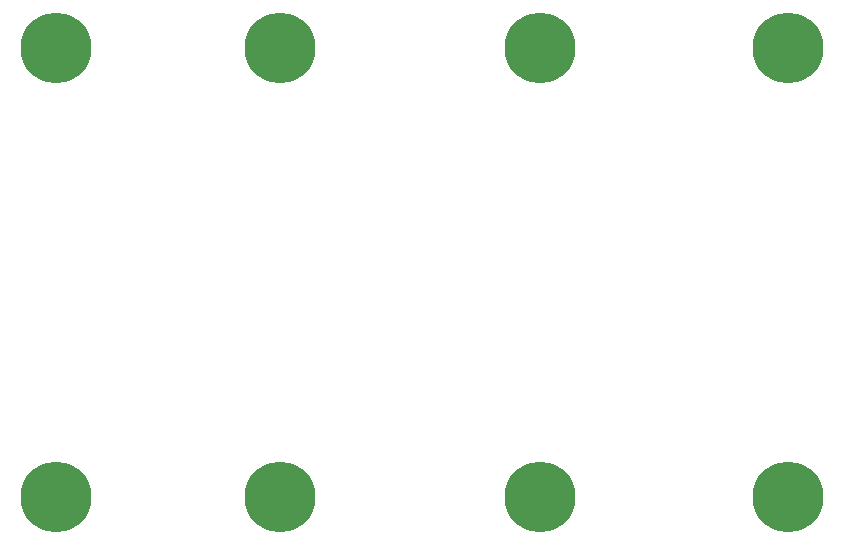
<source format=gtl>
G04 #@! TF.GenerationSoftware,KiCad,Pcbnew,8.0.2-1.fc40*
G04 #@! TF.CreationDate,2024-05-25T20:13:00-07:00*
G04 #@! TF.ProjectId,busicard-top,62757369-6361-4726-942d-746f702e6b69,rev?*
G04 #@! TF.SameCoordinates,Original*
G04 #@! TF.FileFunction,Copper,L1,Top*
G04 #@! TF.FilePolarity,Positive*
%FSLAX46Y46*%
G04 Gerber Fmt 4.6, Leading zero omitted, Abs format (unit mm)*
G04 Created by KiCad (PCBNEW 8.0.2-1.fc40) date 2024-05-25 20:13:00*
%MOMM*%
%LPD*%
G01*
G04 APERTURE LIST*
G04 #@! TA.AperFunction,ComponentPad*
%ADD10C,6.000000*%
G04 #@! TD*
G04 APERTURE END LIST*
D10*
G04 #@! TO.P,TP9,1,1*
G04 #@! TO.N,unconnected-(TP9-Pad1)*
X175000000Y-119000000D03*
G04 #@! TD*
G04 #@! TO.P,TP1,1,1*
G04 #@! TO.N,/BATT1+*
X175000000Y-81000000D03*
G04 #@! TD*
G04 #@! TO.P,TP10,1,1*
G04 #@! TO.N,unconnected-(TP10-Pad1)*
X134000000Y-81000000D03*
G04 #@! TD*
G04 #@! TO.P,TP5,1,1*
G04 #@! TO.N,unconnected-(TP5-Pad1)*
X196000000Y-119000000D03*
G04 #@! TD*
G04 #@! TO.P,TP6,1,1*
G04 #@! TO.N,unconnected-(TP6-Pad1)*
X196000000Y-81000000D03*
G04 #@! TD*
G04 #@! TO.P,TP8,1,1*
G04 #@! TO.N,unconnected-(TP8-Pad1)*
X153000000Y-81000000D03*
G04 #@! TD*
G04 #@! TO.P,TP4,1,1*
G04 #@! TO.N,/BATT2+*
X134000000Y-119000000D03*
G04 #@! TD*
G04 #@! TO.P,TP7,1,1*
G04 #@! TO.N,unconnected-(TP7-Pad1)*
X153000000Y-119000000D03*
G04 #@! TD*
M02*

</source>
